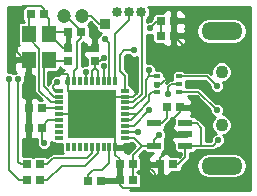
<source format=gtl>
G04 (created by PCBNEW (2013-07-07 BZR 4022)-stable) date 07/03/2014 22:57:31*
%MOIN*%
G04 Gerber Fmt 3.4, Leading zero omitted, Abs format*
%FSLAX34Y34*%
G01*
G70*
G90*
G04 APERTURE LIST*
%ADD10C,0.00590551*%
%ADD11R,0.0295X0.0118*%
%ADD12R,0.0118X0.0295*%
%ADD13R,0.1614X0.1614*%
%ADD14C,0.012*%
%ADD15O,0.1378X0.0591*%
%ADD16C,0.0433*%
%ADD17R,0.0315X0.0275*%
%ADD18R,0.0275X0.0315*%
%ADD19R,0.0472X0.0244*%
%ADD20R,0.047X0.055*%
%ADD21R,0.0197X0.0157*%
%ADD22C,0.0334646*%
%ADD23R,0.0334646X0.0334646*%
%ADD24C,0.0472441*%
%ADD25C,0.0215*%
%ADD26C,0.006*%
%ADD27C,0.005*%
%ADD28C,0.0079*%
%ADD29C,0.01*%
G04 APERTURE END LIST*
G54D10*
G54D11*
X-2766Y257D03*
X-2766Y60D03*
X-2766Y-137D03*
X-2766Y-334D03*
X-2766Y-531D03*
X-2766Y-728D03*
X-2766Y-925D03*
X-2766Y-1122D03*
X-2766Y-1319D03*
G54D12*
X-2461Y-1624D03*
X-2264Y-1624D03*
X-2067Y-1624D03*
X-1870Y-1624D03*
X-1673Y-1624D03*
X-1476Y-1624D03*
X-1279Y-1624D03*
X-1082Y-1624D03*
X-885Y-1624D03*
G54D11*
X-580Y-1319D03*
X-580Y-1122D03*
X-580Y-925D03*
X-580Y-728D03*
X-580Y-531D03*
X-580Y-334D03*
X-580Y-137D03*
X-580Y60D03*
X-580Y257D03*
G54D12*
X-885Y562D03*
X-1082Y562D03*
X-1279Y562D03*
X-1476Y562D03*
X-1673Y562D03*
X-1870Y562D03*
X-2067Y562D03*
X-2264Y562D03*
X-2461Y562D03*
G54D13*
X-1673Y-531D03*
G54D14*
X-1673Y-531D03*
X-1279Y-531D03*
X-2067Y-531D03*
X-2067Y-137D03*
X-1673Y-137D03*
X-1279Y-137D03*
X-1279Y-925D03*
X-1673Y-925D03*
X-2067Y-925D03*
G54D15*
X2652Y2245D03*
X2652Y-2243D03*
G54D16*
X2652Y-885D03*
X2652Y887D03*
G54D17*
X-3347Y-335D03*
X-3779Y-335D03*
X-3838Y-2206D03*
X-3406Y-2206D03*
G54D18*
X-2480Y1239D03*
X-2480Y1671D03*
G54D17*
X-747Y-2185D03*
X-315Y-2185D03*
X1053Y2579D03*
X621Y2579D03*
G54D18*
X-1574Y1239D03*
X-1574Y1671D03*
G54D17*
X-3779Y-984D03*
X-3347Y-984D03*
X-3700Y2795D03*
X-3268Y2795D03*
X-315Y-2736D03*
X-747Y-2736D03*
G54D19*
X1444Y-1575D03*
X1444Y-1201D03*
X1444Y-827D03*
X406Y-827D03*
X406Y-1575D03*
G54D17*
X1043Y-2205D03*
X611Y-2205D03*
G54D20*
X-3780Y2146D03*
X-3110Y2146D03*
X-3110Y1280D03*
X-3780Y1280D03*
G54D17*
X1053Y2087D03*
X621Y2087D03*
X827Y-295D03*
X1259Y-295D03*
G54D21*
X492Y728D03*
X492Y472D03*
X492Y216D03*
X1240Y216D03*
X1240Y472D03*
X1240Y728D03*
G54D17*
X-1364Y-2740D03*
X-1796Y-2740D03*
G54D22*
X-829Y2872D03*
X-429Y2872D03*
G54D23*
X-1229Y2472D03*
G54D22*
X-29Y2872D03*
G54D17*
X-3838Y-2717D03*
X-3406Y-2717D03*
G54D24*
X-2598Y2754D03*
X-2007Y2754D03*
G54D17*
X-2028Y2203D03*
X-2460Y2203D03*
G54D25*
X-260Y1595D03*
X580Y-1225D03*
X-3260Y-1485D03*
X-2840Y535D03*
X260Y2335D03*
X225Y950D03*
X250Y-400D03*
X2500Y400D03*
X2500Y-400D03*
X-140Y-1125D03*
X-1280Y1075D03*
X-1880Y875D03*
X-1280Y1355D03*
X875Y150D03*
X-1220Y1975D03*
X2540Y-1405D03*
X-1900Y1735D03*
X-220Y1235D03*
X260Y1395D03*
X180Y-2245D03*
X2560Y1495D03*
X-3060Y815D03*
X-3800Y795D03*
X-4420Y655D03*
X-4120Y635D03*
G54D26*
X-1229Y2472D02*
X-1430Y2472D01*
X-1430Y2472D02*
X-1712Y2754D01*
X-1712Y2754D02*
X-2007Y2754D01*
X-580Y257D02*
X-580Y755D01*
X-600Y1595D02*
X-260Y1595D01*
X-740Y1455D02*
X-600Y1595D01*
X-740Y915D02*
X-740Y1455D01*
X-580Y755D02*
X-740Y915D01*
X406Y-1575D02*
X406Y-1399D01*
X406Y-1399D02*
X580Y-1225D01*
X-3347Y-1398D02*
X-3347Y-984D01*
X-3260Y-1485D02*
X-3347Y-1398D01*
X-2902Y257D02*
X-2766Y257D01*
X-2980Y395D02*
X-2980Y335D01*
X-2840Y535D02*
X-2980Y395D01*
X-2980Y335D02*
X-2902Y257D01*
X-2766Y-728D02*
X-3123Y-728D01*
X-3123Y-728D02*
X-3347Y-952D01*
X-3347Y-952D02*
X-3347Y-984D01*
X-315Y-2185D02*
X-315Y-1900D01*
X-315Y-1900D02*
X10Y-1575D01*
X-315Y-2736D02*
X-315Y-2185D01*
X621Y2579D02*
X504Y2579D01*
X504Y2579D02*
X260Y2335D01*
X621Y2087D02*
X621Y2579D01*
X-580Y-1319D02*
X-266Y-1319D01*
X-266Y-1319D02*
X-10Y-1575D01*
X-10Y-1575D02*
X10Y-1575D01*
X10Y-1575D02*
X406Y-1575D01*
G54D27*
X-2028Y2203D02*
X-2028Y2243D01*
X-2539Y2754D02*
X-2598Y2754D01*
X-2028Y2243D02*
X-2539Y2754D01*
X-2045Y2004D02*
X-2045Y2186D01*
X-2045Y2186D02*
X-2028Y2203D01*
X-2264Y562D02*
X-2264Y896D01*
X-2165Y1884D02*
X-2045Y2004D01*
X-2045Y2004D02*
X-2043Y2005D01*
X-2165Y994D02*
X-2165Y1884D01*
X-2264Y896D02*
X-2165Y994D01*
X-1082Y-1624D02*
X-1082Y-2167D01*
X-1796Y-2561D02*
X-1796Y-2740D01*
X-1640Y-2405D02*
X-1796Y-2561D01*
X-1320Y-2405D02*
X-1640Y-2405D01*
X-1082Y-2167D02*
X-1320Y-2405D01*
X-580Y-925D02*
X-275Y-925D01*
X228Y947D02*
X228Y728D01*
X225Y950D02*
X228Y947D01*
X-275Y-925D02*
X250Y-400D01*
X-580Y-334D02*
X-284Y-334D01*
X228Y728D02*
X492Y728D01*
X125Y625D02*
X228Y728D01*
X125Y75D02*
X125Y625D01*
X-284Y-334D02*
X125Y75D01*
X1240Y728D02*
X2172Y728D01*
X2172Y728D02*
X2500Y400D01*
X-580Y-728D02*
X-378Y-728D01*
X-378Y-728D02*
X-181Y-531D01*
X-580Y-531D02*
X-181Y-531D01*
X341Y216D02*
X492Y216D01*
X250Y125D02*
X341Y216D01*
X250Y-100D02*
X250Y125D01*
X-181Y-531D02*
X250Y-100D01*
X1240Y216D02*
X1884Y216D01*
X1884Y216D02*
X2500Y-400D01*
X-2766Y-334D02*
X-3346Y-334D01*
X-3346Y-334D02*
X-3347Y-335D01*
X-2480Y1239D02*
X-3069Y1239D01*
X-3069Y1239D02*
X-3110Y1280D01*
X-2766Y60D02*
X-2945Y60D01*
X-3280Y1110D02*
X-3110Y1280D01*
X-3280Y395D02*
X-3280Y1110D01*
X-2945Y60D02*
X-3280Y395D01*
X-2766Y-137D02*
X-3048Y-137D01*
X-3780Y1995D02*
X-3780Y2146D01*
X-3440Y1655D02*
X-3780Y1995D01*
X-3440Y255D02*
X-3440Y1655D01*
X-3048Y-137D02*
X-3440Y255D01*
X-3780Y2146D02*
X-3780Y2715D01*
X-3780Y2715D02*
X-3700Y2795D01*
X-580Y-1122D02*
X-143Y-1122D01*
X-143Y-1122D02*
X-140Y-1125D01*
X-1279Y1074D02*
X-1279Y562D01*
X-1280Y1075D02*
X-1279Y1074D01*
X-1870Y865D02*
X-1870Y562D01*
X-1880Y875D02*
X-1870Y865D01*
X-1401Y1234D02*
X-1569Y1234D01*
X-1280Y1355D02*
X-1401Y1234D01*
X-1569Y1234D02*
X-1574Y1239D01*
X-1476Y562D02*
X-1476Y901D01*
X-1476Y901D02*
X-1575Y1000D01*
X-1673Y562D02*
X-1673Y902D01*
X-1575Y1000D02*
X-1575Y1234D01*
X-1673Y902D02*
X-1575Y1000D01*
X-885Y1690D02*
X-885Y2150D01*
X-885Y562D02*
X-885Y1690D01*
X-429Y2605D02*
X-429Y2872D01*
X-885Y2150D02*
X-429Y2605D01*
X0Y2550D02*
X0Y2842D01*
X-287Y-137D02*
X0Y150D01*
X0Y150D02*
X0Y2550D01*
X-580Y-137D02*
X-287Y-137D01*
X0Y2842D02*
X-29Y2872D01*
X-1082Y562D02*
X-1082Y1837D01*
X972Y472D02*
X1240Y472D01*
X875Y375D02*
X972Y472D01*
X875Y150D02*
X875Y375D01*
X-1082Y1837D02*
X-1220Y1975D01*
X1444Y-827D02*
X1822Y-827D01*
X1980Y-985D02*
X1980Y-1575D01*
X1822Y-827D02*
X1980Y-985D01*
X1043Y-2205D02*
X1200Y-2205D01*
X1444Y-1961D02*
X1444Y-1575D01*
X1200Y-2205D02*
X1444Y-1961D01*
X1444Y-1575D02*
X1980Y-1575D01*
X1980Y-1575D02*
X2370Y-1575D01*
X2370Y-1575D02*
X2540Y-1405D01*
G54D28*
X-2460Y2203D02*
X-3052Y2203D01*
X-3052Y2203D02*
X-3110Y2146D01*
X-2480Y1671D02*
X-2635Y1671D01*
X-2635Y1671D02*
X-3110Y2146D01*
X-1574Y1671D02*
X-1836Y1671D01*
X-1836Y1671D02*
X-1900Y1735D01*
X-1900Y1735D02*
X-1831Y1666D01*
X-2973Y2282D02*
X-3110Y2146D01*
X-160Y1175D02*
X-160Y192D01*
X-220Y1235D02*
X-160Y1175D01*
X-292Y60D02*
X-160Y192D01*
X-580Y60D02*
X-292Y60D01*
X480Y1615D02*
X260Y1395D01*
X480Y1615D02*
X900Y1615D01*
X-3800Y795D02*
X-3800Y-314D01*
X-3800Y-314D02*
X-3779Y-335D01*
X1124Y-1201D02*
X1124Y-1129D01*
X1259Y-466D02*
X1259Y-295D01*
X1020Y-705D02*
X1259Y-466D01*
X1020Y-1025D02*
X1020Y-705D01*
X1124Y-1129D02*
X1020Y-1025D01*
X1444Y-1201D02*
X1124Y-1201D01*
X611Y-1974D02*
X611Y-2205D01*
X860Y-1725D02*
X611Y-1974D01*
X860Y-1465D02*
X860Y-1725D01*
X1124Y-1201D02*
X860Y-1465D01*
X-747Y-2736D02*
X-747Y-2878D01*
X440Y-2505D02*
X180Y-2245D01*
X440Y-2865D02*
X440Y-2505D01*
X300Y-3005D02*
X440Y-2865D01*
X-620Y-3005D02*
X300Y-3005D01*
X-747Y-2878D02*
X-620Y-3005D01*
X-3779Y-984D02*
X-3779Y-335D01*
X-1364Y-2740D02*
X-751Y-2740D01*
X-751Y-2740D02*
X-747Y-2736D01*
X220Y-2205D02*
X611Y-2205D01*
X180Y-2245D02*
X220Y-2205D01*
X-885Y-1624D02*
X-885Y-1900D01*
X-747Y-2038D02*
X-747Y-2185D01*
X-885Y-1900D02*
X-747Y-2038D01*
X-747Y-2736D02*
X-747Y-2185D01*
X900Y1125D02*
X900Y1615D01*
X492Y472D02*
X647Y472D01*
X900Y725D02*
X900Y1125D01*
X647Y472D02*
X900Y725D01*
X1053Y1768D02*
X1053Y2087D01*
X900Y1615D02*
X1053Y1768D01*
X1505Y1635D02*
X1053Y2087D01*
X2420Y1635D02*
X1505Y1635D01*
X2560Y1495D02*
X2420Y1635D01*
X1053Y2087D02*
X1053Y2579D01*
X-2461Y562D02*
X-2461Y776D01*
X-2461Y776D02*
X-2500Y815D01*
X-2500Y815D02*
X-3060Y815D01*
X-3780Y815D02*
X-3780Y1280D01*
X-3800Y795D02*
X-3780Y815D01*
X-3780Y1280D02*
X-3925Y1280D01*
X-3925Y1280D02*
X-4180Y1535D01*
X-4180Y1535D02*
X-4180Y2895D01*
X-4180Y2895D02*
X-4000Y3075D01*
X-4000Y3075D02*
X-3360Y3075D01*
X-3360Y3075D02*
X-3268Y2983D01*
X-3268Y2983D02*
X-3268Y2795D01*
X-3110Y2146D02*
X-3110Y2637D01*
X-3110Y2637D02*
X-3268Y2795D01*
X-2766Y-531D02*
X-1673Y-531D01*
X-885Y-1624D02*
X-885Y-1319D01*
X-885Y-1319D02*
X-1673Y-531D01*
X-2461Y562D02*
X-2461Y257D01*
X-2461Y257D02*
X-1673Y-531D01*
X-580Y60D02*
X-1082Y60D01*
X-1082Y60D02*
X-1673Y-531D01*
G54D27*
X-3151Y-2716D02*
X-3404Y-2716D01*
X-3404Y-2716D02*
X-3406Y-2717D01*
X-1476Y-1624D02*
X-1476Y-1821D01*
X-2680Y-2245D02*
X-3151Y-2716D01*
X-1900Y-2245D02*
X-2680Y-2245D01*
X-1476Y-1821D02*
X-1900Y-2245D01*
X406Y-827D02*
X658Y-827D01*
X827Y-658D02*
X827Y-295D01*
X658Y-827D02*
X827Y-658D01*
X-3838Y-2717D02*
X-4087Y-2717D01*
X-4420Y-2385D02*
X-4420Y655D01*
X-4087Y-2717D02*
X-4420Y-2385D01*
X-4015Y-2205D02*
X-3839Y-2205D01*
X-3839Y-2205D02*
X-3838Y-2206D01*
X-3858Y-2205D02*
X-4015Y-2205D01*
X-4015Y-2205D02*
X-4040Y-2205D01*
X-4120Y-2125D02*
X-4120Y635D01*
X-4040Y-2205D02*
X-4120Y-2125D01*
X-1673Y-1624D02*
X-1673Y-1818D01*
X-3180Y-2205D02*
X-3426Y-2205D01*
X-2960Y-1985D02*
X-3180Y-2205D01*
X-1840Y-1985D02*
X-2960Y-1985D01*
X-1673Y-1818D02*
X-1840Y-1985D01*
G54D10*
G36*
X-3210Y2745D02*
X-3218Y2745D01*
X-3218Y2737D01*
X-3318Y2737D01*
X-3318Y2745D01*
X-3325Y2745D01*
X-3325Y2845D01*
X-3318Y2845D01*
X-3318Y2852D01*
X-3218Y2852D01*
X-3218Y2845D01*
X-3210Y2845D01*
X-3210Y2745D01*
X-3210Y2745D01*
G37*
G54D29*
X-3210Y2745D02*
X-3218Y2745D01*
X-3218Y2737D01*
X-3318Y2737D01*
X-3318Y2745D01*
X-3325Y2745D01*
X-3325Y2845D01*
X-3318Y2845D01*
X-3318Y2852D01*
X-3218Y2852D01*
X-3218Y2845D01*
X-3210Y2845D01*
X-3210Y2745D01*
G54D10*
G36*
X-3052Y2096D02*
X-3060Y2096D01*
X-3060Y2088D01*
X-3160Y2088D01*
X-3160Y2096D01*
X-3167Y2096D01*
X-3167Y2196D01*
X-3160Y2196D01*
X-3160Y2203D01*
X-3060Y2203D01*
X-3060Y2196D01*
X-3052Y2196D01*
X-3052Y2096D01*
X-3052Y2096D01*
G37*
G54D29*
X-3052Y2096D02*
X-3060Y2096D01*
X-3060Y2088D01*
X-3160Y2088D01*
X-3160Y2096D01*
X-3167Y2096D01*
X-3167Y2196D01*
X-3160Y2196D01*
X-3160Y2203D01*
X-3060Y2203D01*
X-3060Y2196D01*
X-3052Y2196D01*
X-3052Y2096D01*
G54D10*
G36*
X-2708Y-539D02*
X-2823Y-539D01*
X-2823Y-522D01*
X-2708Y-522D01*
X-2708Y-539D01*
X-2708Y-539D01*
G37*
G54D29*
X-2708Y-539D02*
X-2823Y-539D01*
X-2823Y-522D01*
X-2708Y-522D01*
X-2708Y-539D01*
G54D10*
G36*
X-2634Y-1831D02*
X-2960Y-1831D01*
X-3018Y-1842D01*
X-3068Y-1876D01*
X-3163Y-1970D01*
X-3175Y-1959D01*
X-3222Y-1939D01*
X-3274Y-1939D01*
X-3589Y-1939D01*
X-3622Y-1953D01*
X-3654Y-1939D01*
X-3706Y-1939D01*
X-3966Y-1939D01*
X-3966Y-1371D01*
X-3891Y-1371D01*
X-3829Y-1309D01*
X-3829Y-1034D01*
X-3836Y-1034D01*
X-3836Y-934D01*
X-3829Y-934D01*
X-3829Y-660D01*
X-3829Y-659D01*
X-3829Y-385D01*
X-3836Y-385D01*
X-3836Y-285D01*
X-3829Y-285D01*
X-3829Y-10D01*
X-3891Y52D01*
X-3966Y52D01*
X-3966Y454D01*
X-3919Y500D01*
X-3883Y587D01*
X-3883Y681D01*
X-3913Y754D01*
X-3892Y755D01*
X-3830Y817D01*
X-3830Y1230D01*
X-4202Y1230D01*
X-4265Y1167D01*
X-4265Y955D01*
X-4227Y863D01*
X-4215Y851D01*
X-4253Y835D01*
X-4259Y829D01*
X-4285Y855D01*
X-4372Y891D01*
X-4456Y891D01*
X-4456Y3051D01*
X-3907Y3051D01*
X-3930Y3041D01*
X-3966Y3005D01*
X-3986Y2958D01*
X-3986Y2906D01*
X-3986Y2631D01*
X-3966Y2584D01*
X-3934Y2551D01*
X-3934Y2550D01*
X-4040Y2550D01*
X-4087Y2530D01*
X-4124Y2494D01*
X-4143Y2446D01*
X-4144Y2395D01*
X-4144Y1845D01*
X-4124Y1798D01*
X-4111Y1785D01*
X-4156Y1766D01*
X-4227Y1696D01*
X-4265Y1604D01*
X-4265Y1392D01*
X-4202Y1330D01*
X-3830Y1330D01*
X-3830Y1337D01*
X-3730Y1337D01*
X-3730Y1330D01*
X-3722Y1330D01*
X-3722Y1230D01*
X-3730Y1230D01*
X-3730Y817D01*
X-3667Y755D01*
X-3594Y754D01*
X-3594Y754D01*
X-3594Y255D01*
X-3582Y196D01*
X-3548Y146D01*
X-3334Y-68D01*
X-3404Y-68D01*
X-3409Y-55D01*
X-3480Y14D01*
X-3571Y52D01*
X-3666Y52D01*
X-3729Y-10D01*
X-3729Y-285D01*
X-3721Y-285D01*
X-3721Y-385D01*
X-3729Y-385D01*
X-3729Y-659D01*
X-3729Y-660D01*
X-3729Y-934D01*
X-3721Y-934D01*
X-3721Y-1034D01*
X-3729Y-1034D01*
X-3729Y-1309D01*
X-3666Y-1371D01*
X-3571Y-1371D01*
X-3506Y-1344D01*
X-3506Y-1398D01*
X-3496Y-1445D01*
X-3496Y-1445D01*
X-3496Y-1531D01*
X-3460Y-1618D01*
X-3394Y-1685D01*
X-3307Y-1721D01*
X-3213Y-1721D01*
X-3126Y-1685D01*
X-3059Y-1619D01*
X-3023Y-1532D01*
X-3023Y-1449D01*
X-3022Y-1450D01*
X-2986Y-1487D01*
X-2939Y-1506D01*
X-2887Y-1507D01*
X-2664Y-1507D01*
X-2649Y-1522D01*
X-2649Y-1797D01*
X-2634Y-1831D01*
X-2634Y-1831D01*
G37*
G54D29*
X-2634Y-1831D02*
X-2960Y-1831D01*
X-3018Y-1842D01*
X-3068Y-1876D01*
X-3163Y-1970D01*
X-3175Y-1959D01*
X-3222Y-1939D01*
X-3274Y-1939D01*
X-3589Y-1939D01*
X-3622Y-1953D01*
X-3654Y-1939D01*
X-3706Y-1939D01*
X-3966Y-1939D01*
X-3966Y-1371D01*
X-3891Y-1371D01*
X-3829Y-1309D01*
X-3829Y-1034D01*
X-3836Y-1034D01*
X-3836Y-934D01*
X-3829Y-934D01*
X-3829Y-660D01*
X-3829Y-659D01*
X-3829Y-385D01*
X-3836Y-385D01*
X-3836Y-285D01*
X-3829Y-285D01*
X-3829Y-10D01*
X-3891Y52D01*
X-3966Y52D01*
X-3966Y454D01*
X-3919Y500D01*
X-3883Y587D01*
X-3883Y681D01*
X-3913Y754D01*
X-3892Y755D01*
X-3830Y817D01*
X-3830Y1230D01*
X-4202Y1230D01*
X-4265Y1167D01*
X-4265Y955D01*
X-4227Y863D01*
X-4215Y851D01*
X-4253Y835D01*
X-4259Y829D01*
X-4285Y855D01*
X-4372Y891D01*
X-4456Y891D01*
X-4456Y3051D01*
X-3907Y3051D01*
X-3930Y3041D01*
X-3966Y3005D01*
X-3986Y2958D01*
X-3986Y2906D01*
X-3986Y2631D01*
X-3966Y2584D01*
X-3934Y2551D01*
X-3934Y2550D01*
X-4040Y2550D01*
X-4087Y2530D01*
X-4124Y2494D01*
X-4143Y2446D01*
X-4144Y2395D01*
X-4144Y1845D01*
X-4124Y1798D01*
X-4111Y1785D01*
X-4156Y1766D01*
X-4227Y1696D01*
X-4265Y1604D01*
X-4265Y1392D01*
X-4202Y1330D01*
X-3830Y1330D01*
X-3830Y1337D01*
X-3730Y1337D01*
X-3730Y1330D01*
X-3722Y1330D01*
X-3722Y1230D01*
X-3730Y1230D01*
X-3730Y817D01*
X-3667Y755D01*
X-3594Y754D01*
X-3594Y754D01*
X-3594Y255D01*
X-3582Y196D01*
X-3548Y146D01*
X-3334Y-68D01*
X-3404Y-68D01*
X-3409Y-55D01*
X-3480Y14D01*
X-3571Y52D01*
X-3666Y52D01*
X-3729Y-10D01*
X-3729Y-285D01*
X-3721Y-285D01*
X-3721Y-385D01*
X-3729Y-385D01*
X-3729Y-659D01*
X-3729Y-660D01*
X-3729Y-934D01*
X-3721Y-934D01*
X-3721Y-1034D01*
X-3729Y-1034D01*
X-3729Y-1309D01*
X-3666Y-1371D01*
X-3571Y-1371D01*
X-3506Y-1344D01*
X-3506Y-1398D01*
X-3496Y-1445D01*
X-3496Y-1445D01*
X-3496Y-1531D01*
X-3460Y-1618D01*
X-3394Y-1685D01*
X-3307Y-1721D01*
X-3213Y-1721D01*
X-3126Y-1685D01*
X-3059Y-1619D01*
X-3023Y-1532D01*
X-3023Y-1449D01*
X-3022Y-1450D01*
X-2986Y-1487D01*
X-2939Y-1506D01*
X-2887Y-1507D01*
X-2664Y-1507D01*
X-2649Y-1522D01*
X-2649Y-1797D01*
X-2634Y-1831D01*
G54D10*
G36*
X-2585Y952D02*
X-2661Y921D01*
X-2731Y851D01*
X-2769Y761D01*
X-2792Y771D01*
X-2886Y771D01*
X-2973Y735D01*
X-3040Y669D01*
X-3076Y582D01*
X-3076Y523D01*
X-3092Y507D01*
X-3125Y458D01*
X-3126Y458D01*
X-3126Y875D01*
X-2849Y875D01*
X-2802Y895D01*
X-2765Y931D01*
X-2746Y979D01*
X-2745Y1030D01*
X-2745Y1054D01*
X-2727Y1008D01*
X-2690Y972D01*
X-2643Y952D01*
X-2592Y952D01*
X-2585Y952D01*
X-2585Y952D01*
G37*
G54D29*
X-2585Y952D02*
X-2661Y921D01*
X-2731Y851D01*
X-2769Y761D01*
X-2792Y771D01*
X-2886Y771D01*
X-2973Y735D01*
X-3040Y669D01*
X-3076Y582D01*
X-3076Y523D01*
X-3092Y507D01*
X-3125Y458D01*
X-3126Y458D01*
X-3126Y875D01*
X-2849Y875D01*
X-2802Y895D01*
X-2765Y931D01*
X-2746Y979D01*
X-2745Y1030D01*
X-2745Y1054D01*
X-2727Y1008D01*
X-2690Y972D01*
X-2643Y952D01*
X-2592Y952D01*
X-2585Y952D01*
G54D10*
G36*
X-2452Y526D02*
X-2518Y526D01*
X-2518Y612D01*
X-2490Y612D01*
X-2490Y619D01*
X-2452Y619D01*
X-2452Y526D01*
X-2452Y526D01*
G37*
G54D29*
X-2452Y526D02*
X-2518Y526D01*
X-2518Y612D01*
X-2490Y612D01*
X-2490Y619D01*
X-2452Y619D01*
X-2452Y526D01*
G54D10*
G36*
X-2402Y2153D02*
X-2410Y2153D01*
X-2410Y2036D01*
X-2430Y2016D01*
X-2430Y1721D01*
X-2422Y1721D01*
X-2422Y1621D01*
X-2430Y1621D01*
X-2430Y1613D01*
X-2530Y1613D01*
X-2530Y1621D01*
X-2538Y1621D01*
X-2538Y1721D01*
X-2530Y1721D01*
X-2530Y1858D01*
X-2510Y1878D01*
X-2510Y2153D01*
X-2517Y2153D01*
X-2517Y2253D01*
X-2510Y2253D01*
X-2510Y2261D01*
X-2410Y2261D01*
X-2410Y2253D01*
X-2402Y2253D01*
X-2402Y2153D01*
X-2402Y2153D01*
G37*
G54D29*
X-2402Y2153D02*
X-2410Y2153D01*
X-2410Y2036D01*
X-2430Y2016D01*
X-2430Y1721D01*
X-2422Y1721D01*
X-2422Y1621D01*
X-2430Y1621D01*
X-2430Y1613D01*
X-2530Y1613D01*
X-2530Y1621D01*
X-2538Y1621D01*
X-2538Y1721D01*
X-2530Y1721D01*
X-2530Y1858D01*
X-2510Y1878D01*
X-2510Y2153D01*
X-2517Y2153D01*
X-2517Y2253D01*
X-2510Y2253D01*
X-2510Y2261D01*
X-2410Y2261D01*
X-2410Y2253D01*
X-2402Y2253D01*
X-2402Y2153D01*
G54D10*
G36*
X-2004Y-550D02*
X-2035Y-581D01*
X-2059Y-581D01*
X-2067Y-573D01*
X-2074Y-581D01*
X-2098Y-581D01*
X-2129Y-550D01*
X-2109Y-531D01*
X-2129Y-511D01*
X-2098Y-481D01*
X-2074Y-481D01*
X-2067Y-488D01*
X-2059Y-481D01*
X-2035Y-481D01*
X-2004Y-511D01*
X-2024Y-531D01*
X-2004Y-550D01*
X-2004Y-550D01*
G37*
G54D29*
X-2004Y-550D02*
X-2035Y-581D01*
X-2059Y-581D01*
X-2067Y-573D01*
X-2074Y-581D01*
X-2098Y-581D01*
X-2129Y-550D01*
X-2109Y-531D01*
X-2129Y-511D01*
X-2098Y-481D01*
X-2074Y-481D01*
X-2067Y-488D01*
X-2059Y-481D01*
X-2035Y-481D01*
X-2004Y-511D01*
X-2024Y-531D01*
X-2004Y-550D01*
G54D10*
G36*
X-1615Y-554D02*
X-1649Y-588D01*
X-1657Y-588D01*
X-1673Y-573D01*
X-1688Y-588D01*
X-1696Y-588D01*
X-1735Y-550D01*
X-1715Y-531D01*
X-1735Y-511D01*
X-1696Y-473D01*
X-1688Y-473D01*
X-1673Y-488D01*
X-1657Y-473D01*
X-1649Y-473D01*
X-1615Y-507D01*
X-1615Y-515D01*
X-1630Y-531D01*
X-1615Y-546D01*
X-1615Y-554D01*
X-1615Y-554D01*
G37*
G54D29*
X-1615Y-554D02*
X-1649Y-588D01*
X-1657Y-588D01*
X-1673Y-573D01*
X-1688Y-588D01*
X-1696Y-588D01*
X-1735Y-550D01*
X-1715Y-531D01*
X-1735Y-511D01*
X-1696Y-473D01*
X-1688Y-473D01*
X-1673Y-488D01*
X-1657Y-473D01*
X-1649Y-473D01*
X-1615Y-507D01*
X-1615Y-515D01*
X-1630Y-531D01*
X-1615Y-546D01*
X-1615Y-554D01*
G54D10*
G36*
X-1352Y2176D02*
X-1353Y2175D01*
X-1420Y2109D01*
X-1432Y2078D01*
X-1486Y2078D01*
X-1462Y2078D01*
X-1524Y2016D01*
X-1524Y1721D01*
X-1516Y1721D01*
X-1516Y1621D01*
X-1524Y1621D01*
X-1524Y1613D01*
X-1624Y1613D01*
X-1624Y1621D01*
X-1899Y1621D01*
X-1962Y1558D01*
X-1962Y1464D01*
X-1924Y1372D01*
X-1854Y1301D01*
X-1841Y1296D01*
X-1841Y1111D01*
X-1926Y1111D01*
X-2011Y1076D01*
X-2011Y1820D01*
X-1962Y1869D01*
X-1962Y1783D01*
X-1899Y1721D01*
X-1624Y1721D01*
X-1624Y2016D01*
X-1687Y2078D01*
X-1662Y2078D01*
X-1741Y2078D01*
X-1741Y2091D01*
X-1741Y2366D01*
X-1761Y2413D01*
X-1796Y2449D01*
X-1714Y2531D01*
X-1543Y2360D01*
X-1543Y2360D01*
X-1526Y2348D01*
X-1526Y2279D01*
X-1506Y2232D01*
X-1470Y2196D01*
X-1423Y2176D01*
X-1371Y2176D01*
X-1352Y2176D01*
X-1352Y2176D01*
G37*
G54D29*
X-1352Y2176D02*
X-1353Y2175D01*
X-1420Y2109D01*
X-1432Y2078D01*
X-1486Y2078D01*
X-1462Y2078D01*
X-1524Y2016D01*
X-1524Y1721D01*
X-1516Y1721D01*
X-1516Y1621D01*
X-1524Y1621D01*
X-1524Y1613D01*
X-1624Y1613D01*
X-1624Y1621D01*
X-1899Y1621D01*
X-1962Y1558D01*
X-1962Y1464D01*
X-1924Y1372D01*
X-1854Y1301D01*
X-1841Y1296D01*
X-1841Y1111D01*
X-1926Y1111D01*
X-2011Y1076D01*
X-2011Y1820D01*
X-1962Y1869D01*
X-1962Y1783D01*
X-1899Y1721D01*
X-1624Y1721D01*
X-1624Y2016D01*
X-1687Y2078D01*
X-1662Y2078D01*
X-1741Y2078D01*
X-1741Y2091D01*
X-1741Y2366D01*
X-1761Y2413D01*
X-1796Y2449D01*
X-1714Y2531D01*
X-1543Y2360D01*
X-1543Y2360D01*
X-1526Y2348D01*
X-1526Y2279D01*
X-1506Y2232D01*
X-1470Y2196D01*
X-1423Y2176D01*
X-1371Y2176D01*
X-1352Y2176D01*
G54D10*
G36*
X-753Y2867D02*
X-824Y2796D01*
X-829Y2801D01*
X-835Y2796D01*
X-906Y2867D01*
X-900Y2872D01*
X-906Y2878D01*
X-835Y2948D01*
X-829Y2943D01*
X-824Y2948D01*
X-753Y2878D01*
X-759Y2872D01*
X-753Y2867D01*
X-753Y2867D01*
G37*
G54D29*
X-753Y2867D02*
X-824Y2796D01*
X-829Y2801D01*
X-835Y2796D01*
X-906Y2867D01*
X-900Y2872D01*
X-906Y2878D01*
X-835Y2948D01*
X-829Y2943D01*
X-824Y2948D01*
X-753Y2878D01*
X-759Y2872D01*
X-753Y2867D01*
G54D10*
G36*
X-689Y-2786D02*
X-697Y-2786D01*
X-697Y-2793D01*
X-797Y-2793D01*
X-797Y-2786D01*
X-1092Y-2786D01*
X-1096Y-2790D01*
X-1314Y-2790D01*
X-1314Y-2797D01*
X-1414Y-2797D01*
X-1414Y-2790D01*
X-1421Y-2790D01*
X-1421Y-2690D01*
X-1414Y-2690D01*
X-1414Y-2682D01*
X-1314Y-2682D01*
X-1314Y-2690D01*
X-1019Y-2690D01*
X-1015Y-2686D01*
X-797Y-2686D01*
X-797Y-2510D01*
X-797Y-2411D01*
X-797Y-2235D01*
X-804Y-2235D01*
X-804Y-2135D01*
X-797Y-2135D01*
X-797Y-2127D01*
X-697Y-2127D01*
X-697Y-2135D01*
X-689Y-2135D01*
X-689Y-2235D01*
X-697Y-2235D01*
X-697Y-2411D01*
X-697Y-2510D01*
X-697Y-2686D01*
X-689Y-2686D01*
X-689Y-2786D01*
X-689Y-2786D01*
G37*
G54D29*
X-689Y-2786D02*
X-697Y-2786D01*
X-697Y-2793D01*
X-797Y-2793D01*
X-797Y-2786D01*
X-1092Y-2786D01*
X-1096Y-2790D01*
X-1314Y-2790D01*
X-1314Y-2797D01*
X-1414Y-2797D01*
X-1414Y-2790D01*
X-1421Y-2790D01*
X-1421Y-2690D01*
X-1414Y-2690D01*
X-1414Y-2682D01*
X-1314Y-2682D01*
X-1314Y-2690D01*
X-1019Y-2690D01*
X-1015Y-2686D01*
X-797Y-2686D01*
X-797Y-2510D01*
X-797Y-2411D01*
X-797Y-2235D01*
X-804Y-2235D01*
X-804Y-2135D01*
X-797Y-2135D01*
X-797Y-2127D01*
X-697Y-2127D01*
X-697Y-2135D01*
X-689Y-2135D01*
X-689Y-2235D01*
X-697Y-2235D01*
X-697Y-2411D01*
X-697Y-2510D01*
X-697Y-2686D01*
X-689Y-2686D01*
X-689Y-2786D01*
G54D10*
G36*
X-522Y51D02*
X-615Y51D01*
X-615Y68D01*
X-522Y68D01*
X-522Y51D01*
X-522Y51D01*
G37*
G54D29*
X-522Y51D02*
X-615Y51D01*
X-615Y68D01*
X-522Y68D01*
X-522Y51D01*
G54D10*
G36*
X-224Y-1585D02*
X-427Y-1787D01*
X-456Y-1831D01*
X-456Y-1831D01*
X-539Y-1797D01*
X-575Y-1797D01*
X-576Y-1736D01*
X-638Y-1674D01*
X-855Y-1674D01*
X-855Y-1681D01*
X-893Y-1681D01*
X-893Y-1588D01*
X-816Y-1588D01*
X-782Y-1574D01*
X-638Y-1574D01*
X-576Y-1511D01*
X-575Y-1507D01*
X-406Y-1507D01*
X-359Y-1487D01*
X-350Y-1478D01*
X-331Y-1478D01*
X-224Y-1585D01*
X-224Y-1585D01*
G37*
G54D29*
X-224Y-1585D02*
X-427Y-1787D01*
X-456Y-1831D01*
X-456Y-1831D01*
X-539Y-1797D01*
X-575Y-1797D01*
X-576Y-1736D01*
X-638Y-1674D01*
X-855Y-1674D01*
X-855Y-1681D01*
X-893Y-1681D01*
X-893Y-1588D01*
X-816Y-1588D01*
X-782Y-1574D01*
X-638Y-1574D01*
X-576Y-1511D01*
X-575Y-1507D01*
X-406Y-1507D01*
X-359Y-1487D01*
X-350Y-1478D01*
X-331Y-1478D01*
X-224Y-1585D01*
G54D10*
G36*
X-154Y213D02*
X-187Y180D01*
X-220Y260D01*
X-290Y330D01*
X-303Y336D01*
X-303Y341D01*
X-323Y388D01*
X-359Y425D01*
X-406Y444D01*
X-421Y444D01*
X-421Y755D01*
X-433Y815D01*
X-433Y815D01*
X-467Y867D01*
X-581Y980D01*
X-581Y1389D01*
X-534Y1436D01*
X-435Y1436D01*
X-394Y1394D01*
X-307Y1358D01*
X-213Y1358D01*
X-154Y1382D01*
X-154Y213D01*
X-154Y213D01*
G37*
G54D29*
X-154Y213D02*
X-187Y180D01*
X-220Y260D01*
X-290Y330D01*
X-303Y336D01*
X-303Y341D01*
X-323Y388D01*
X-359Y425D01*
X-406Y444D01*
X-421Y444D01*
X-421Y755D01*
X-433Y815D01*
X-433Y815D01*
X-467Y867D01*
X-581Y980D01*
X-581Y1389D01*
X-534Y1436D01*
X-435Y1436D01*
X-394Y1394D01*
X-307Y1358D01*
X-213Y1358D01*
X-154Y1382D01*
X-154Y213D01*
G54D10*
G36*
X549Y432D02*
X541Y432D01*
X541Y423D01*
X442Y423D01*
X442Y432D01*
X434Y432D01*
X434Y511D01*
X442Y511D01*
X442Y520D01*
X541Y520D01*
X541Y511D01*
X549Y511D01*
X549Y432D01*
X549Y432D01*
G37*
G54D29*
X549Y432D02*
X541Y432D01*
X541Y423D01*
X442Y423D01*
X442Y432D01*
X434Y432D01*
X434Y511D01*
X442Y511D01*
X442Y520D01*
X541Y520D01*
X541Y511D01*
X549Y511D01*
X549Y432D01*
G54D10*
G36*
X1501Y-1251D02*
X1494Y-1251D01*
X1494Y-1258D01*
X1394Y-1258D01*
X1394Y-1251D01*
X1020Y-1251D01*
X958Y-1313D01*
X957Y-1372D01*
X995Y-1464D01*
X1066Y-1534D01*
X1078Y-1540D01*
X1078Y-1722D01*
X1098Y-1769D01*
X1134Y-1806D01*
X1182Y-1825D01*
X1233Y-1826D01*
X1290Y-1826D01*
X1290Y-1897D01*
X1242Y-1945D01*
X1226Y-1938D01*
X1174Y-1938D01*
X985Y-1938D01*
X980Y-1925D01*
X909Y-1855D01*
X818Y-1817D01*
X723Y-1817D01*
X661Y-1879D01*
X661Y-1826D01*
X667Y-1826D01*
X714Y-1806D01*
X751Y-1770D01*
X770Y-1722D01*
X771Y-1671D01*
X771Y-1427D01*
X753Y-1385D01*
X780Y-1359D01*
X816Y-1272D01*
X816Y-1178D01*
X780Y-1091D01*
X731Y-1041D01*
X751Y-1022D01*
X770Y-974D01*
X771Y-931D01*
X935Y-766D01*
X969Y-716D01*
X969Y-716D01*
X981Y-658D01*
X981Y-653D01*
X1051Y-682D01*
X1079Y-682D01*
X1078Y-730D01*
X1078Y-861D01*
X1066Y-867D01*
X995Y-937D01*
X957Y-1029D01*
X958Y-1088D01*
X1020Y-1151D01*
X1394Y-1151D01*
X1394Y-1143D01*
X1494Y-1143D01*
X1494Y-1151D01*
X1501Y-1151D01*
X1501Y-1251D01*
X1501Y-1251D01*
G37*
G54D29*
X1501Y-1251D02*
X1494Y-1251D01*
X1494Y-1258D01*
X1394Y-1258D01*
X1394Y-1251D01*
X1020Y-1251D01*
X958Y-1313D01*
X957Y-1372D01*
X995Y-1464D01*
X1066Y-1534D01*
X1078Y-1540D01*
X1078Y-1722D01*
X1098Y-1769D01*
X1134Y-1806D01*
X1182Y-1825D01*
X1233Y-1826D01*
X1290Y-1826D01*
X1290Y-1897D01*
X1242Y-1945D01*
X1226Y-1938D01*
X1174Y-1938D01*
X985Y-1938D01*
X980Y-1925D01*
X909Y-1855D01*
X818Y-1817D01*
X723Y-1817D01*
X661Y-1879D01*
X661Y-1826D01*
X667Y-1826D01*
X714Y-1806D01*
X751Y-1770D01*
X770Y-1722D01*
X771Y-1671D01*
X771Y-1427D01*
X753Y-1385D01*
X780Y-1359D01*
X816Y-1272D01*
X816Y-1178D01*
X780Y-1091D01*
X731Y-1041D01*
X751Y-1022D01*
X770Y-974D01*
X771Y-931D01*
X935Y-766D01*
X969Y-716D01*
X969Y-716D01*
X981Y-658D01*
X981Y-653D01*
X1051Y-682D01*
X1079Y-682D01*
X1078Y-730D01*
X1078Y-861D01*
X1066Y-867D01*
X995Y-937D01*
X957Y-1029D01*
X958Y-1088D01*
X1020Y-1151D01*
X1394Y-1151D01*
X1394Y-1143D01*
X1494Y-1143D01*
X1494Y-1151D01*
X1501Y-1151D01*
X1501Y-1251D01*
G54D10*
G36*
X2463Y-1180D02*
X2406Y-1204D01*
X2339Y-1270D01*
X2303Y-1357D01*
X2303Y-1421D01*
X2134Y-1421D01*
X2134Y-985D01*
X2122Y-926D01*
X2122Y-926D01*
X2088Y-876D01*
X1930Y-718D01*
X1880Y-684D01*
X1822Y-673D01*
X1806Y-673D01*
X1789Y-632D01*
X1753Y-595D01*
X1705Y-576D01*
X1654Y-575D01*
X1626Y-575D01*
X1628Y-574D01*
X1666Y-482D01*
X1666Y-382D01*
X1666Y-407D01*
X1604Y-345D01*
X1309Y-345D01*
X1309Y-352D01*
X1209Y-352D01*
X1209Y-345D01*
X1201Y-345D01*
X1201Y-245D01*
X1209Y-245D01*
X1209Y-237D01*
X1309Y-237D01*
X1309Y-245D01*
X1604Y-245D01*
X1666Y-182D01*
X1666Y-207D01*
X1666Y-107D01*
X1628Y-15D01*
X1557Y54D01*
X1539Y62D01*
X1820Y62D01*
X2263Y-381D01*
X2263Y-446D01*
X2299Y-533D01*
X2365Y-600D01*
X2423Y-624D01*
X2359Y-689D01*
X2306Y-815D01*
X2306Y-953D01*
X2358Y-1080D01*
X2456Y-1177D01*
X2463Y-1180D01*
X2463Y-1180D01*
G37*
G54D29*
X2463Y-1180D02*
X2406Y-1204D01*
X2339Y-1270D01*
X2303Y-1357D01*
X2303Y-1421D01*
X2134Y-1421D01*
X2134Y-985D01*
X2122Y-926D01*
X2122Y-926D01*
X2088Y-876D01*
X1930Y-718D01*
X1880Y-684D01*
X1822Y-673D01*
X1806Y-673D01*
X1789Y-632D01*
X1753Y-595D01*
X1705Y-576D01*
X1654Y-575D01*
X1626Y-575D01*
X1628Y-574D01*
X1666Y-482D01*
X1666Y-382D01*
X1666Y-407D01*
X1604Y-345D01*
X1309Y-345D01*
X1309Y-352D01*
X1209Y-352D01*
X1209Y-345D01*
X1201Y-345D01*
X1201Y-245D01*
X1209Y-245D01*
X1209Y-237D01*
X1309Y-237D01*
X1309Y-245D01*
X1604Y-245D01*
X1666Y-182D01*
X1666Y-207D01*
X1666Y-107D01*
X1628Y-15D01*
X1557Y54D01*
X1539Y62D01*
X1820Y62D01*
X2263Y-381D01*
X2263Y-446D01*
X2299Y-533D01*
X2365Y-600D01*
X2423Y-624D01*
X2359Y-689D01*
X2306Y-815D01*
X2306Y-953D01*
X2358Y-1080D01*
X2456Y-1177D01*
X2463Y-1180D01*
G54D10*
G36*
X3591Y-3051D02*
X3500Y-3051D01*
X3486Y-3051D01*
X3486Y-2243D01*
X3486Y2245D01*
X3453Y2407D01*
X3361Y2545D01*
X3223Y2637D01*
X3061Y2669D01*
X2242Y2669D01*
X2080Y2637D01*
X1942Y2545D01*
X1850Y2407D01*
X1817Y2245D01*
X1850Y2082D01*
X1942Y1944D01*
X2080Y1852D01*
X2242Y1820D01*
X3061Y1820D01*
X3223Y1852D01*
X3361Y1944D01*
X3453Y2082D01*
X3486Y2245D01*
X3486Y-2243D01*
X3453Y-2080D01*
X3361Y-1942D01*
X3223Y-1850D01*
X3061Y-1818D01*
X2242Y-1818D01*
X2080Y-1850D01*
X1942Y-1942D01*
X1850Y-2080D01*
X1817Y-2243D01*
X1850Y-2405D01*
X1942Y-2543D01*
X2080Y-2635D01*
X2242Y-2667D01*
X3061Y-2667D01*
X3223Y-2635D01*
X3361Y-2543D01*
X3453Y-2405D01*
X3486Y-2243D01*
X3486Y-3051D01*
X561Y-3051D01*
X561Y-2530D01*
X561Y-2255D01*
X266Y-2255D01*
X203Y-2317D01*
X203Y-2292D01*
X203Y-2392D01*
X241Y-2484D01*
X312Y-2554D01*
X403Y-2592D01*
X498Y-2592D01*
X561Y-2530D01*
X561Y-3051D01*
X-413Y-3051D01*
X-377Y-3015D01*
X-372Y-3002D01*
X-131Y-3002D01*
X-84Y-2982D01*
X-48Y-2946D01*
X-28Y-2899D01*
X-28Y-2847D01*
X-28Y-2572D01*
X-48Y-2525D01*
X-84Y-2489D01*
X-131Y-2469D01*
X-156Y-2469D01*
X-156Y-2451D01*
X-131Y-2451D01*
X-84Y-2431D01*
X-48Y-2395D01*
X-28Y-2348D01*
X-28Y-2296D01*
X-28Y-2021D01*
X-48Y-1974D01*
X-84Y-1938D01*
X-115Y-1925D01*
X54Y-1755D01*
X60Y-1769D01*
X96Y-1806D01*
X144Y-1825D01*
X195Y-1826D01*
X383Y-1826D01*
X312Y-1855D01*
X241Y-1925D01*
X203Y-2017D01*
X203Y-2117D01*
X203Y-2092D01*
X266Y-2155D01*
X561Y-2155D01*
X561Y-2147D01*
X661Y-2147D01*
X661Y-2155D01*
X668Y-2155D01*
X668Y-2255D01*
X661Y-2255D01*
X661Y-2530D01*
X723Y-2592D01*
X818Y-2592D01*
X909Y-2554D01*
X980Y-2484D01*
X985Y-2471D01*
X1226Y-2471D01*
X1273Y-2451D01*
X1309Y-2415D01*
X1329Y-2368D01*
X1329Y-2316D01*
X1329Y-2293D01*
X1552Y-2069D01*
X1552Y-2069D01*
X1552Y-2069D01*
X1569Y-2045D01*
X1586Y-2019D01*
X1586Y-2019D01*
X1586Y-2019D01*
X1597Y-1961D01*
X1598Y-1961D01*
X1598Y-1826D01*
X1705Y-1826D01*
X1752Y-1806D01*
X1789Y-1770D01*
X1806Y-1729D01*
X1980Y-1729D01*
X2370Y-1729D01*
X2428Y-1717D01*
X2428Y-1717D01*
X2478Y-1683D01*
X2521Y-1641D01*
X2586Y-1641D01*
X2673Y-1605D01*
X2740Y-1539D01*
X2776Y-1452D01*
X2776Y-1358D01*
X2740Y-1271D01*
X2700Y-1230D01*
X2720Y-1230D01*
X2847Y-1178D01*
X2944Y-1080D01*
X2997Y-954D01*
X2997Y-816D01*
X2945Y-689D01*
X2847Y-592D01*
X2721Y-539D01*
X2694Y-539D01*
X2700Y-534D01*
X2736Y-447D01*
X2736Y-353D01*
X2700Y-266D01*
X2634Y-199D01*
X2547Y-163D01*
X2481Y-163D01*
X1992Y324D01*
X1942Y358D01*
X1884Y370D01*
X1467Y370D01*
X1467Y419D01*
X1467Y574D01*
X2108Y574D01*
X2263Y418D01*
X2263Y353D01*
X2299Y266D01*
X2365Y199D01*
X2452Y163D01*
X2546Y163D01*
X2633Y199D01*
X2700Y265D01*
X2736Y352D01*
X2736Y446D01*
X2700Y533D01*
X2692Y541D01*
X2720Y541D01*
X2847Y593D01*
X2944Y691D01*
X2997Y817D01*
X2997Y955D01*
X2945Y1082D01*
X2847Y1179D01*
X2721Y1232D01*
X2583Y1232D01*
X2456Y1180D01*
X2359Y1082D01*
X2306Y956D01*
X2306Y818D01*
X2311Y806D01*
X2280Y836D01*
X2230Y870D01*
X2172Y882D01*
X1460Y882D01*
X1460Y1999D01*
X1460Y2174D01*
X1460Y2274D01*
X1436Y2333D01*
X1460Y2391D01*
X1460Y2491D01*
X1460Y2666D01*
X1460Y2766D01*
X1422Y2858D01*
X1351Y2928D01*
X1260Y2966D01*
X1165Y2966D01*
X1103Y2904D01*
X1103Y2629D01*
X1398Y2629D01*
X1460Y2691D01*
X1460Y2666D01*
X1460Y2491D01*
X1460Y2466D01*
X1398Y2529D01*
X1103Y2529D01*
X1103Y2412D01*
X1103Y2254D01*
X1103Y2137D01*
X1398Y2137D01*
X1460Y2199D01*
X1460Y2174D01*
X1460Y1999D01*
X1460Y1974D01*
X1398Y2037D01*
X1103Y2037D01*
X1103Y1762D01*
X1165Y1699D01*
X1260Y1699D01*
X1351Y1737D01*
X1422Y1807D01*
X1460Y1899D01*
X1460Y1999D01*
X1460Y882D01*
X1445Y882D01*
X1411Y915D01*
X1364Y935D01*
X1312Y935D01*
X1115Y935D01*
X1068Y915D01*
X1032Y879D01*
X1012Y832D01*
X1012Y780D01*
X1012Y626D01*
X972Y626D01*
X913Y614D01*
X913Y614D01*
X913Y614D01*
X887Y597D01*
X863Y580D01*
X863Y580D01*
X863Y580D01*
X804Y522D01*
X788Y522D01*
X840Y573D01*
X840Y600D01*
X802Y691D01*
X732Y762D01*
X719Y767D01*
X719Y832D01*
X699Y879D01*
X663Y915D01*
X616Y935D01*
X564Y935D01*
X461Y935D01*
X461Y996D01*
X425Y1083D01*
X359Y1150D01*
X272Y1186D01*
X178Y1186D01*
X154Y1176D01*
X154Y2122D01*
X212Y2098D01*
X306Y2098D01*
X334Y2109D01*
X334Y1923D01*
X354Y1876D01*
X390Y1840D01*
X437Y1820D01*
X489Y1820D01*
X678Y1820D01*
X683Y1807D01*
X754Y1737D01*
X845Y1699D01*
X940Y1699D01*
X1003Y1762D01*
X1003Y2037D01*
X995Y2037D01*
X995Y2137D01*
X1003Y2137D01*
X1003Y2254D01*
X1003Y2412D01*
X1003Y2529D01*
X995Y2529D01*
X995Y2629D01*
X1003Y2629D01*
X1003Y2904D01*
X940Y2966D01*
X845Y2966D01*
X754Y2928D01*
X683Y2858D01*
X678Y2845D01*
X437Y2845D01*
X390Y2825D01*
X354Y2789D01*
X334Y2742D01*
X334Y2690D01*
X334Y2634D01*
X271Y2571D01*
X213Y2571D01*
X154Y2547D01*
X154Y2550D01*
X154Y2637D01*
X221Y2704D01*
X266Y2813D01*
X266Y2931D01*
X221Y3040D01*
X210Y3051D01*
X3500Y3051D01*
X3591Y3051D01*
X3591Y-3051D01*
X3591Y-3051D01*
G37*
G54D29*
X3591Y-3051D02*
X3500Y-3051D01*
X3486Y-3051D01*
X3486Y-2243D01*
X3486Y2245D01*
X3453Y2407D01*
X3361Y2545D01*
X3223Y2637D01*
X3061Y2669D01*
X2242Y2669D01*
X2080Y2637D01*
X1942Y2545D01*
X1850Y2407D01*
X1817Y2245D01*
X1850Y2082D01*
X1942Y1944D01*
X2080Y1852D01*
X2242Y1820D01*
X3061Y1820D01*
X3223Y1852D01*
X3361Y1944D01*
X3453Y2082D01*
X3486Y2245D01*
X3486Y-2243D01*
X3453Y-2080D01*
X3361Y-1942D01*
X3223Y-1850D01*
X3061Y-1818D01*
X2242Y-1818D01*
X2080Y-1850D01*
X1942Y-1942D01*
X1850Y-2080D01*
X1817Y-2243D01*
X1850Y-2405D01*
X1942Y-2543D01*
X2080Y-2635D01*
X2242Y-2667D01*
X3061Y-2667D01*
X3223Y-2635D01*
X3361Y-2543D01*
X3453Y-2405D01*
X3486Y-2243D01*
X3486Y-3051D01*
X561Y-3051D01*
X561Y-2530D01*
X561Y-2255D01*
X266Y-2255D01*
X203Y-2317D01*
X203Y-2292D01*
X203Y-2392D01*
X241Y-2484D01*
X312Y-2554D01*
X403Y-2592D01*
X498Y-2592D01*
X561Y-2530D01*
X561Y-3051D01*
X-413Y-3051D01*
X-377Y-3015D01*
X-372Y-3002D01*
X-131Y-3002D01*
X-84Y-2982D01*
X-48Y-2946D01*
X-28Y-2899D01*
X-28Y-2847D01*
X-28Y-2572D01*
X-48Y-2525D01*
X-84Y-2489D01*
X-131Y-2469D01*
X-156Y-2469D01*
X-156Y-2451D01*
X-131Y-2451D01*
X-84Y-2431D01*
X-48Y-2395D01*
X-28Y-2348D01*
X-28Y-2296D01*
X-28Y-2021D01*
X-48Y-1974D01*
X-84Y-1938D01*
X-115Y-1925D01*
X54Y-1755D01*
X60Y-1769D01*
X96Y-1806D01*
X144Y-1825D01*
X195Y-1826D01*
X383Y-1826D01*
X312Y-1855D01*
X241Y-1925D01*
X203Y-2017D01*
X203Y-2117D01*
X203Y-2092D01*
X266Y-2155D01*
X561Y-2155D01*
X561Y-2147D01*
X661Y-2147D01*
X661Y-2155D01*
X668Y-2155D01*
X668Y-2255D01*
X661Y-2255D01*
X661Y-2530D01*
X723Y-2592D01*
X818Y-2592D01*
X909Y-2554D01*
X980Y-2484D01*
X985Y-2471D01*
X1226Y-2471D01*
X1273Y-2451D01*
X1309Y-2415D01*
X1329Y-2368D01*
X1329Y-2316D01*
X1329Y-2293D01*
X1552Y-2069D01*
X1552Y-2069D01*
X1552Y-2069D01*
X1569Y-2045D01*
X1586Y-2019D01*
X1586Y-2019D01*
X1586Y-2019D01*
X1597Y-1961D01*
X1598Y-1961D01*
X1598Y-1826D01*
X1705Y-1826D01*
X1752Y-1806D01*
X1789Y-1770D01*
X1806Y-1729D01*
X1980Y-1729D01*
X2370Y-1729D01*
X2428Y-1717D01*
X2428Y-1717D01*
X2478Y-1683D01*
X2521Y-1641D01*
X2586Y-1641D01*
X2673Y-1605D01*
X2740Y-1539D01*
X2776Y-1452D01*
X2776Y-1358D01*
X2740Y-1271D01*
X2700Y-1230D01*
X2720Y-1230D01*
X2847Y-1178D01*
X2944Y-1080D01*
X2997Y-954D01*
X2997Y-816D01*
X2945Y-689D01*
X2847Y-592D01*
X2721Y-539D01*
X2694Y-539D01*
X2700Y-534D01*
X2736Y-447D01*
X2736Y-353D01*
X2700Y-266D01*
X2634Y-199D01*
X2547Y-163D01*
X2481Y-163D01*
X1992Y324D01*
X1942Y358D01*
X1884Y370D01*
X1467Y370D01*
X1467Y419D01*
X1467Y574D01*
X2108Y574D01*
X2263Y418D01*
X2263Y353D01*
X2299Y266D01*
X2365Y199D01*
X2452Y163D01*
X2546Y163D01*
X2633Y199D01*
X2700Y265D01*
X2736Y352D01*
X2736Y446D01*
X2700Y533D01*
X2692Y541D01*
X2720Y541D01*
X2847Y593D01*
X2944Y691D01*
X2997Y817D01*
X2997Y955D01*
X2945Y1082D01*
X2847Y1179D01*
X2721Y1232D01*
X2583Y1232D01*
X2456Y1180D01*
X2359Y1082D01*
X2306Y956D01*
X2306Y818D01*
X2311Y806D01*
X2280Y836D01*
X2230Y870D01*
X2172Y882D01*
X1460Y882D01*
X1460Y1999D01*
X1460Y2174D01*
X1460Y2274D01*
X1436Y2333D01*
X1460Y2391D01*
X1460Y2491D01*
X1460Y2666D01*
X1460Y2766D01*
X1422Y2858D01*
X1351Y2928D01*
X1260Y2966D01*
X1165Y2966D01*
X1103Y2904D01*
X1103Y2629D01*
X1398Y2629D01*
X1460Y2691D01*
X1460Y2666D01*
X1460Y2491D01*
X1460Y2466D01*
X1398Y2529D01*
X1103Y2529D01*
X1103Y2412D01*
X1103Y2254D01*
X1103Y2137D01*
X1398Y2137D01*
X1460Y2199D01*
X1460Y2174D01*
X1460Y1999D01*
X1460Y1974D01*
X1398Y2037D01*
X1103Y2037D01*
X1103Y1762D01*
X1165Y1699D01*
X1260Y1699D01*
X1351Y1737D01*
X1422Y1807D01*
X1460Y1899D01*
X1460Y1999D01*
X1460Y882D01*
X1445Y882D01*
X1411Y915D01*
X1364Y935D01*
X1312Y935D01*
X1115Y935D01*
X1068Y915D01*
X1032Y879D01*
X1012Y832D01*
X1012Y780D01*
X1012Y626D01*
X972Y626D01*
X913Y614D01*
X913Y614D01*
X913Y614D01*
X887Y597D01*
X863Y580D01*
X863Y580D01*
X863Y580D01*
X804Y522D01*
X788Y522D01*
X840Y573D01*
X840Y600D01*
X802Y691D01*
X732Y762D01*
X719Y767D01*
X719Y832D01*
X699Y879D01*
X663Y915D01*
X616Y935D01*
X564Y935D01*
X461Y935D01*
X461Y996D01*
X425Y1083D01*
X359Y1150D01*
X272Y1186D01*
X178Y1186D01*
X154Y1176D01*
X154Y2122D01*
X212Y2098D01*
X306Y2098D01*
X334Y2109D01*
X334Y1923D01*
X354Y1876D01*
X390Y1840D01*
X437Y1820D01*
X489Y1820D01*
X678Y1820D01*
X683Y1807D01*
X754Y1737D01*
X845Y1699D01*
X940Y1699D01*
X1003Y1762D01*
X1003Y2037D01*
X995Y2037D01*
X995Y2137D01*
X1003Y2137D01*
X1003Y2254D01*
X1003Y2412D01*
X1003Y2529D01*
X995Y2529D01*
X995Y2629D01*
X1003Y2629D01*
X1003Y2904D01*
X940Y2966D01*
X845Y2966D01*
X754Y2928D01*
X683Y2858D01*
X678Y2845D01*
X437Y2845D01*
X390Y2825D01*
X354Y2789D01*
X334Y2742D01*
X334Y2690D01*
X334Y2634D01*
X271Y2571D01*
X213Y2571D01*
X154Y2547D01*
X154Y2550D01*
X154Y2637D01*
X221Y2704D01*
X266Y2813D01*
X266Y2931D01*
X221Y3040D01*
X210Y3051D01*
X3500Y3051D01*
X3591Y3051D01*
X3591Y-3051D01*
M02*

</source>
